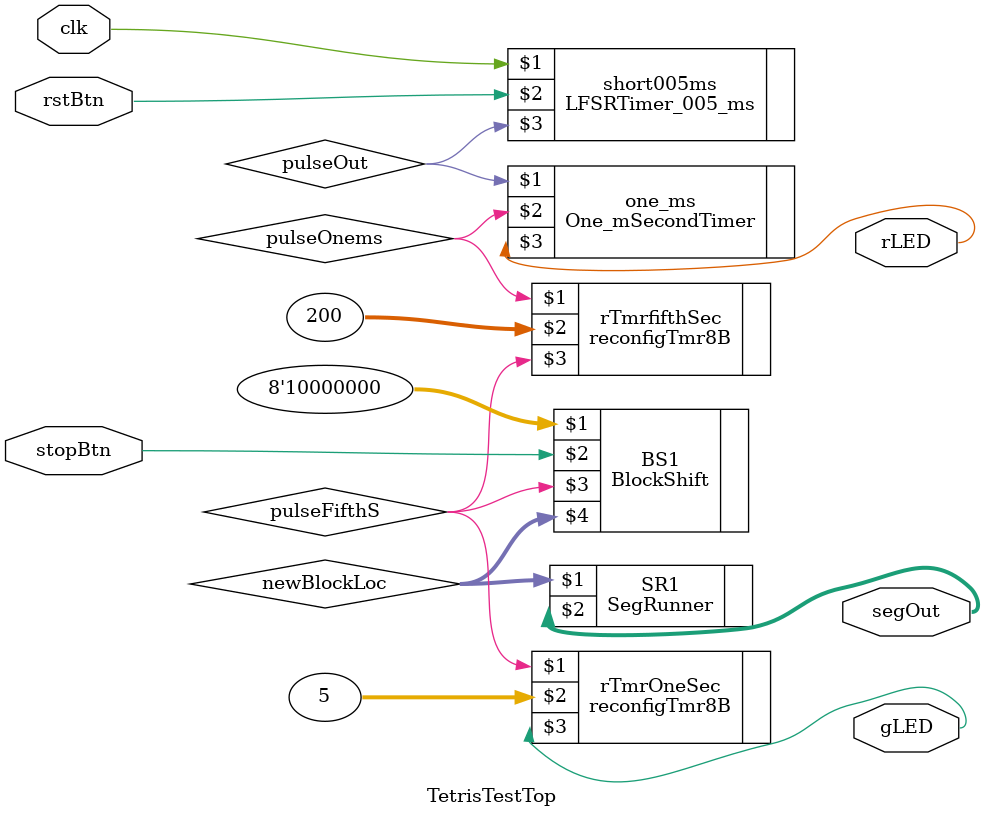
<source format=v>
module TetrisTestTop(clk, rstBtn, stopBtn, rLED, gLED, segOut);
  input clk, rstBtn;
  input stopBtn;
  output [7:0] segOut;
  output gLED, rLED;

  // reg clockVal; //= 200;
  wire [7:0] newBlockLoc;
  wire pulseOut;
  wire pulseOnems;
  wire pulseFifthS;
  wire stopBtnOut;
  // tempTime = clockVal;
  LFSRTimer_005_ms short005ms(clk, rstBtn, pulseOut);
  One_mSecondTimer one_ms(pulseOut, pulseOnems, rLED);

  // SpeedyLevels spd(stacked, tempTime, shortenedTime);
//  button_shaper btnShaper(stopBtn, stopBtnOut, pulseFifthS, rstBtn);
  // assign tempTime = shortenedTime;

  reconfigTmr8B rTmrfifthSec(pulseOnems, 200, pulseFifthS);
  reconfigTmr8B rTmrOneSec(pulseFifthS, 5, gLED);
//  reconfigTmr8B rTmrfifthSec(pulseOnems, 1, pulseFifthS);
//  reconfigTmr8B rTmrOneSec(pulseFifthS, 1, gLED);

  BlockShift BS1(8'b10000000, stopBtn, pulseFifthS, newBlockLoc);
  SegRunner SR1(newBlockLoc, segOut);
endmodule

</source>
